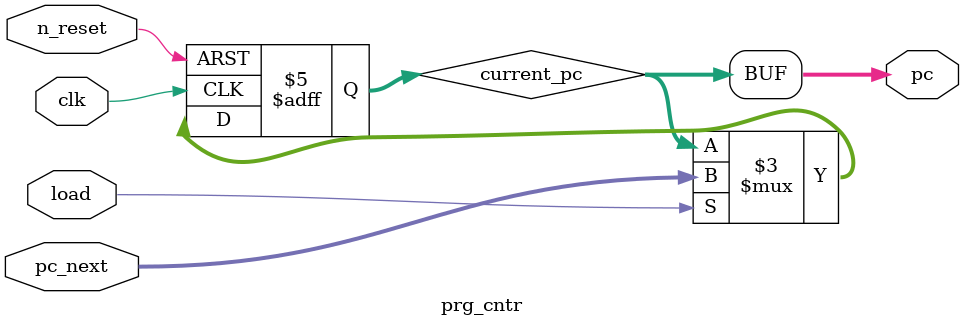
<source format=v>
`timescale 1ns / 1ps


module prg_cntr
#(  parameter N = 32   // Parameter defining the number of bits for the PC counter
)(
    input wire clk, n_reset,  // Clock and reset inputs
    input load,  // Load input for setting a new PC value
    input [N-1: 0] pc_next,  // Input for the next PC value to be loaded
    output wire [N-1: 0] pc  // Output for the current PC value
    );

    reg [N-1: 0] current_pc;   // Register to hold the current PC value

    always @(posedge clk or negedge n_reset) begin   // On every positive edge of the clock, or on a negative edge of reset
        if (!n_reset) begin   // If reset is active (low)
            current_pc <= 0;   // Reset the current PC value to zero
        end
        else if(load) begin   // If load is active (high)
            current_pc <= pc_next;   // Set the current PC value to the new PC value (pc_next)
        end
    end
    assign pc = current_pc;
endmodule

</source>
